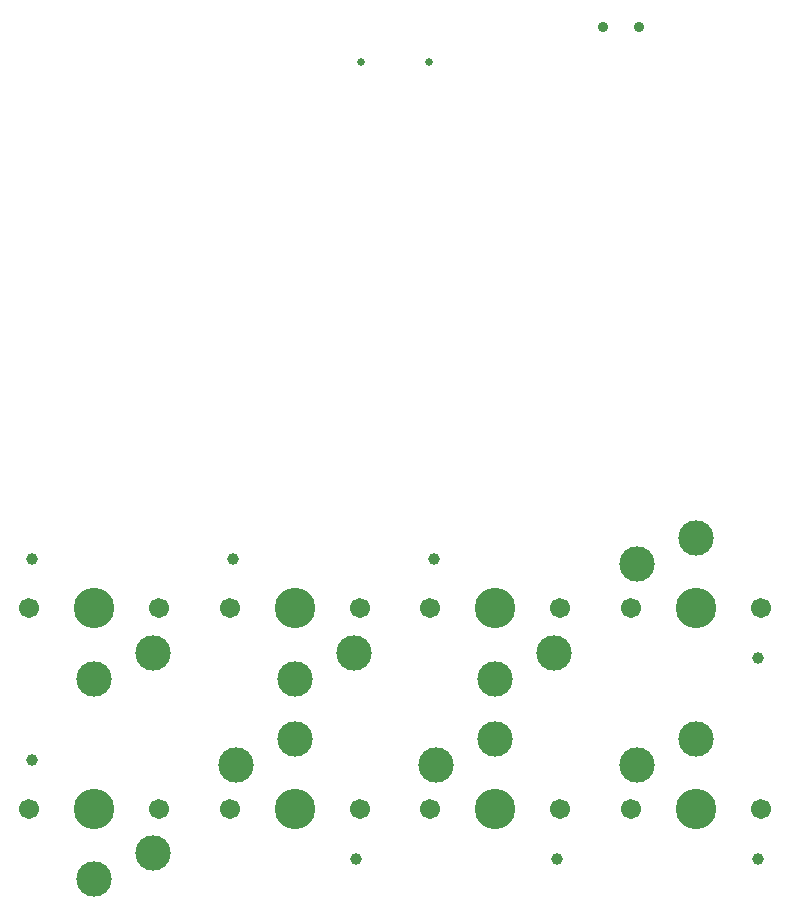
<source format=gbr>
%TF.GenerationSoftware,KiCad,Pcbnew,(6.0.4-0)*%
%TF.CreationDate,2023-04-02T18:55:56-05:00*%
%TF.ProjectId,noldaCoreRType,6e6f6c64-6143-46f7-9265-52547970652e,rev?*%
%TF.SameCoordinates,Original*%
%TF.FileFunction,NonPlated,1,2,NPTH,Drill*%
%TF.FilePolarity,Positive*%
%FSLAX46Y46*%
G04 Gerber Fmt 4.6, Leading zero omitted, Abs format (unit mm)*
G04 Created by KiCad (PCBNEW (6.0.4-0)) date 2023-04-02 18:55:56*
%MOMM*%
%LPD*%
G01*
G04 APERTURE LIST*
%TA.AperFunction,ComponentDrill*%
%ADD10C,0.650000*%
%TD*%
%TA.AperFunction,ComponentDrill*%
%ADD11C,0.900000*%
%TD*%
%TA.AperFunction,ComponentDrill*%
%ADD12C,0.990600*%
%TD*%
%TA.AperFunction,ComponentDrill*%
%ADD13C,1.701800*%
%TD*%
%TA.AperFunction,ComponentDrill*%
%ADD14C,3.000000*%
%TD*%
%TA.AperFunction,ComponentDrill*%
%ADD15C,3.429000*%
%TD*%
G04 APERTURE END LIST*
D10*
%TO.C,J2*%
X43859978Y-17479993D03*
X49639978Y-17479993D03*
D11*
%TO.C,SW6*%
X64374969Y-14544993D03*
X67374969Y-14544993D03*
D12*
%TO.C,SW2*%
X16029990Y-59549970D03*
%TO.C,SW7*%
X16029990Y-76549962D03*
%TO.C,SW3*%
X33029982Y-59549970D03*
%TO.C,SW8*%
X43469982Y-84949962D03*
%TO.C,SW4*%
X50029974Y-59549970D03*
%TO.C,SW9*%
X60469974Y-84949962D03*
%TO.C,SW5*%
X77469966Y-67949970D03*
%TO.C,SW10*%
X77469966Y-84949962D03*
D13*
%TO.C,SW2*%
X15749990Y-63749970D03*
%TO.C,SW7*%
X15749990Y-80749962D03*
%TO.C,SW2*%
X26749990Y-63749970D03*
%TO.C,SW7*%
X26749990Y-80749962D03*
%TO.C,SW3*%
X32749982Y-63749970D03*
%TO.C,SW8*%
X32749982Y-80749962D03*
%TO.C,SW3*%
X43749982Y-63749970D03*
%TO.C,SW8*%
X43749982Y-80749962D03*
%TO.C,SW4*%
X49749974Y-63749970D03*
%TO.C,SW9*%
X49749974Y-80749962D03*
%TO.C,SW4*%
X60749974Y-63749970D03*
%TO.C,SW9*%
X60749974Y-80749962D03*
%TO.C,SW5*%
X66749966Y-63749970D03*
%TO.C,SW10*%
X66749966Y-80749962D03*
%TO.C,SW5*%
X77749966Y-63749970D03*
%TO.C,SW10*%
X77749966Y-80749962D03*
D14*
%TO.C,SW2*%
X21249990Y-69699970D03*
%TO.C,SW7*%
X21249990Y-86699962D03*
%TO.C,SW2*%
X26249990Y-67499970D03*
%TO.C,SW7*%
X26249990Y-84499962D03*
%TO.C,SW8*%
X33249982Y-76999962D03*
%TO.C,SW3*%
X38249982Y-69699970D03*
%TO.C,SW8*%
X38249982Y-74799962D03*
%TO.C,SW3*%
X43249982Y-67499970D03*
%TO.C,SW9*%
X50249974Y-76999962D03*
%TO.C,SW4*%
X55249974Y-69699970D03*
%TO.C,SW9*%
X55249974Y-74799962D03*
%TO.C,SW4*%
X60249974Y-67499970D03*
%TO.C,SW5*%
X67249966Y-59999970D03*
%TO.C,SW10*%
X67249966Y-76999962D03*
%TO.C,SW5*%
X72249966Y-57799970D03*
%TO.C,SW10*%
X72249966Y-74799962D03*
D15*
%TO.C,SW2*%
X21249990Y-63749970D03*
%TO.C,SW7*%
X21249990Y-80749962D03*
%TO.C,SW3*%
X38249982Y-63749970D03*
%TO.C,SW8*%
X38249982Y-80749962D03*
%TO.C,SW4*%
X55249974Y-63749970D03*
%TO.C,SW9*%
X55249974Y-80749962D03*
%TO.C,SW5*%
X72249966Y-63749970D03*
%TO.C,SW10*%
X72249966Y-80749962D03*
M02*

</source>
